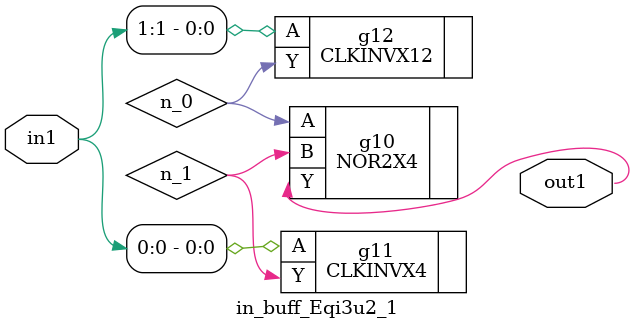
<source format=v>
`timescale 1ps / 1ps


module in_buff_Eqi3u2_1(in1, out1);
  input [1:0] in1;
  output out1;
  wire [1:0] in1;
  wire out1;
  wire n_0, n_1;
  NOR2X4 g10(.A (n_0), .B (n_1), .Y (out1));
  CLKINVX4 g11(.A (in1[0]), .Y (n_1));
  CLKINVX12 g12(.A (in1[1]), .Y (n_0));
endmodule



</source>
